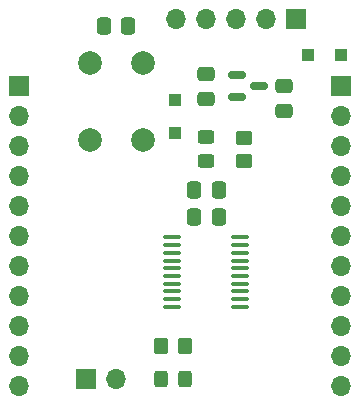
<source format=gbr>
%TF.GenerationSoftware,KiCad,Pcbnew,(6.0.0)*%
%TF.CreationDate,2022-04-08T13:22:10+02:00*%
%TF.ProjectId,STM32G030F6P6,53544d33-3247-4303-9330-463650362e6b,rev?*%
%TF.SameCoordinates,Original*%
%TF.FileFunction,Soldermask,Top*%
%TF.FilePolarity,Negative*%
%FSLAX46Y46*%
G04 Gerber Fmt 4.6, Leading zero omitted, Abs format (unit mm)*
G04 Created by KiCad (PCBNEW (6.0.0)) date 2022-04-08 13:22:10*
%MOMM*%
%LPD*%
G01*
G04 APERTURE LIST*
G04 Aperture macros list*
%AMRoundRect*
0 Rectangle with rounded corners*
0 $1 Rounding radius*
0 $2 $3 $4 $5 $6 $7 $8 $9 X,Y pos of 4 corners*
0 Add a 4 corners polygon primitive as box body*
4,1,4,$2,$3,$4,$5,$6,$7,$8,$9,$2,$3,0*
0 Add four circle primitives for the rounded corners*
1,1,$1+$1,$2,$3*
1,1,$1+$1,$4,$5*
1,1,$1+$1,$6,$7*
1,1,$1+$1,$8,$9*
0 Add four rect primitives between the rounded corners*
20,1,$1+$1,$2,$3,$4,$5,0*
20,1,$1+$1,$4,$5,$6,$7,0*
20,1,$1+$1,$6,$7,$8,$9,0*
20,1,$1+$1,$8,$9,$2,$3,0*%
G04 Aperture macros list end*
%ADD10R,1.100000X1.100000*%
%ADD11RoundRect,0.250000X0.450000X-0.325000X0.450000X0.325000X-0.450000X0.325000X-0.450000X-0.325000X0*%
%ADD12RoundRect,0.250000X0.350000X0.450000X-0.350000X0.450000X-0.350000X-0.450000X0.350000X-0.450000X0*%
%ADD13RoundRect,0.250000X-0.450000X0.350000X-0.450000X-0.350000X0.450000X-0.350000X0.450000X0.350000X0*%
%ADD14RoundRect,0.150000X-0.587500X-0.150000X0.587500X-0.150000X0.587500X0.150000X-0.587500X0.150000X0*%
%ADD15RoundRect,0.250000X-0.337500X-0.475000X0.337500X-0.475000X0.337500X0.475000X-0.337500X0.475000X0*%
%ADD16R,1.700000X1.700000*%
%ADD17O,1.700000X1.700000*%
%ADD18RoundRect,0.250000X-0.475000X0.337500X-0.475000X-0.337500X0.475000X-0.337500X0.475000X0.337500X0*%
%ADD19C,2.000000*%
%ADD20RoundRect,0.250000X0.475000X-0.337500X0.475000X0.337500X-0.475000X0.337500X-0.475000X-0.337500X0*%
%ADD21RoundRect,0.250000X0.325000X0.450000X-0.325000X0.450000X-0.325000X-0.450000X0.325000X-0.450000X0*%
%ADD22RoundRect,0.100000X-0.637500X-0.100000X0.637500X-0.100000X0.637500X0.100000X-0.637500X0.100000X0*%
%ADD23RoundRect,0.250000X0.337500X0.475000X-0.337500X0.475000X-0.337500X-0.475000X0.337500X-0.475000X0*%
G04 APERTURE END LIST*
D10*
%TO.C,D4*%
X126873000Y-94488000D03*
X126873000Y-97288000D03*
%TD*%
D11*
%TO.C,D1*%
X129565000Y-99695000D03*
X129565000Y-97645000D03*
%TD*%
D10*
%TO.C,D3*%
X138173000Y-90678000D03*
X140973000Y-90678000D03*
%TD*%
D12*
%TO.C,R2*%
X127730000Y-115316000D03*
X125730000Y-115316000D03*
%TD*%
D13*
%TO.C,R1*%
X132740000Y-97695000D03*
X132740000Y-99695000D03*
%TD*%
D14*
%TO.C,U1*%
X134010000Y-93345000D03*
X132135000Y-94295000D03*
X132135000Y-92395000D03*
%TD*%
D15*
%TO.C,C2*%
X128524000Y-102108000D03*
X130599000Y-102108000D03*
%TD*%
D16*
%TO.C,JP1*%
X119380000Y-118110000D03*
D17*
X121920000Y-118110000D03*
%TD*%
D18*
%TO.C,C1*%
X136144000Y-93345000D03*
X136144000Y-95420000D03*
%TD*%
D15*
%TO.C,C5*%
X128524000Y-104394000D03*
X130599000Y-104394000D03*
%TD*%
D19*
%TO.C,SW1*%
X119670000Y-97865000D03*
X119670000Y-91365000D03*
X124170000Y-97865000D03*
X124170000Y-91365000D03*
%TD*%
D20*
%TO.C,C4*%
X129565000Y-94382500D03*
X129565000Y-92307500D03*
%TD*%
D21*
%TO.C,D2*%
X127780000Y-118110000D03*
X125730000Y-118110000D03*
%TD*%
D17*
%TO.C,J1*%
X127025000Y-87655000D03*
X129565000Y-87655000D03*
X132105000Y-87655000D03*
X134645000Y-87655000D03*
D16*
X137185000Y-87655000D03*
%TD*%
D22*
%TO.C,U2*%
X126665000Y-106146500D03*
X126665000Y-106796500D03*
X126665000Y-107446500D03*
X126665000Y-108096500D03*
X126665000Y-108746500D03*
X126665000Y-109396500D03*
X126665000Y-110046500D03*
X126665000Y-110696500D03*
X126665000Y-111346500D03*
X126665000Y-111996500D03*
X132390000Y-111996500D03*
X132390000Y-111346500D03*
X132390000Y-110696500D03*
X132390000Y-110046500D03*
X132390000Y-109396500D03*
X132390000Y-108746500D03*
X132390000Y-108096500D03*
X132390000Y-107446500D03*
X132390000Y-106796500D03*
X132390000Y-106146500D03*
%TD*%
D23*
%TO.C,C3*%
X122957500Y-88265000D03*
X120882500Y-88265000D03*
%TD*%
D16*
%TO.C,J2*%
X113665000Y-93345000D03*
D17*
X113665000Y-95885000D03*
X113665000Y-98425000D03*
X113665000Y-100965000D03*
X113665000Y-103505000D03*
X113665000Y-106045000D03*
X113665000Y-108585000D03*
X113665000Y-111125000D03*
X113665000Y-113665000D03*
X113665000Y-116205000D03*
X113665000Y-118745000D03*
%TD*%
D16*
%TO.C,J3*%
X140970000Y-93345000D03*
D17*
X140970000Y-95885000D03*
X140970000Y-98425000D03*
X140970000Y-100965000D03*
X140970000Y-103505000D03*
X140970000Y-106045000D03*
X140970000Y-108585000D03*
X140970000Y-111125000D03*
X140970000Y-113665000D03*
X140970000Y-116205000D03*
X140970000Y-118745000D03*
%TD*%
M02*

</source>
